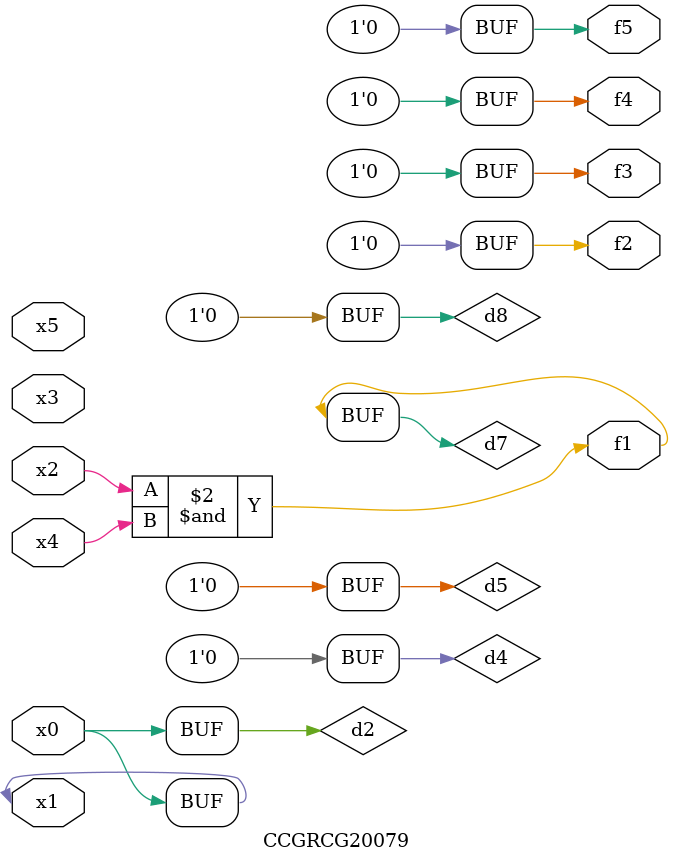
<source format=v>
module CCGRCG20079(
	input x0, x1, x2, x3, x4, x5,
	output f1, f2, f3, f4, f5
);

	wire d1, d2, d3, d4, d5, d6, d7, d8, d9;

	nand (d1, x1);
	buf (d2, x0, x1);
	nand (d3, x2, x4);
	and (d4, d1, d2);
	and (d5, d1, d2);
	nand (d6, d1, d3);
	not (d7, d3);
	xor (d8, d5);
	nor (d9, d5, d6);
	assign f1 = d7;
	assign f2 = d8;
	assign f3 = d8;
	assign f4 = d8;
	assign f5 = d8;
endmodule

</source>
